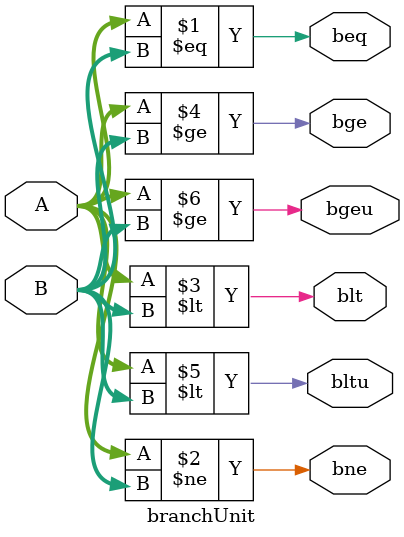
<source format=sv>
`timescale 1ns / 1ps


module branchUnit(
input logic signed [31:0] A, B,
output logic beq, bne, blt, bge, bltu, bgeu
    );

assign beq = (A==B);
assign bne = (A!=B);
assign blt = (A<B);
assign bge = (A>=B);
assign bltu = ($unsigned(A)<$unsigned(B));
assign bgeu = ($unsigned(A)>=$unsigned(B));

endmodule

</source>
